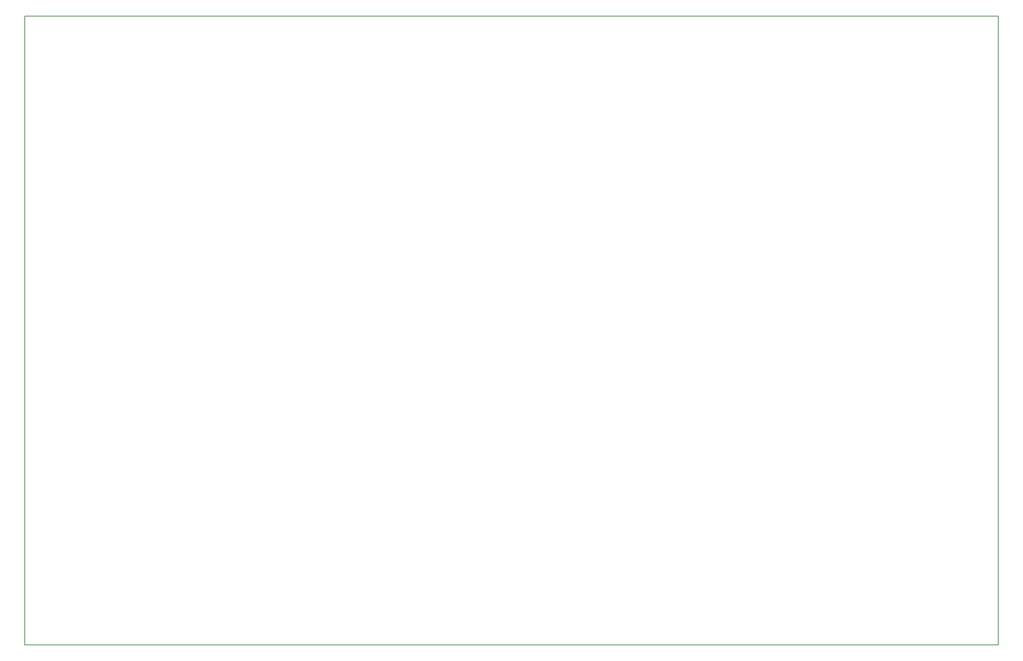
<source format=gbr>
%TF.GenerationSoftware,KiCad,Pcbnew,(6.0.0)*%
%TF.CreationDate,2023-05-12T18:24:35+02:00*%
%TF.ProjectId,Pot.butt_pcb,506f742e-6275-4747-945f-7063622e6b69,rev?*%
%TF.SameCoordinates,Original*%
%TF.FileFunction,Profile,NP*%
%FSLAX46Y46*%
G04 Gerber Fmt 4.6, Leading zero omitted, Abs format (unit mm)*
G04 Created by KiCad (PCBNEW (6.0.0)) date 2023-05-12 18:24:35*
%MOMM*%
%LPD*%
G01*
G04 APERTURE LIST*
%TA.AperFunction,Profile*%
%ADD10C,0.200000*%
%TD*%
G04 APERTURE END LIST*
D10*
X50000000Y-23000000D02*
X270000000Y-23000000D01*
X270000000Y-23000000D02*
X270000000Y-165000000D01*
X270000000Y-165000000D02*
X50000000Y-165000000D01*
X50000000Y-165000000D02*
X50000000Y-23000000D01*
M02*

</source>
